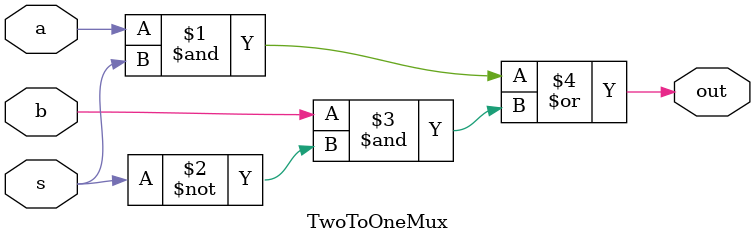
<source format=v>
module TwoToOneMux(a, b, s, out);
    input a;
    input b;
    input s;
    output out;
    assign out = (a & s) | (b & ~s);
endmodule
</source>
